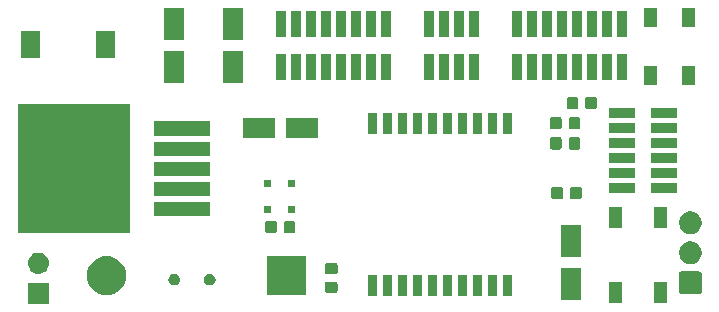
<source format=gbr>
G04 #@! TF.GenerationSoftware,KiCad,Pcbnew,5.1.0*
G04 #@! TF.CreationDate,2019-04-02T20:23:27-06:00*
G04 #@! TF.ProjectId,minisumo-FreeRTOS,6d696e69-7375-46d6-9f2d-467265655254,rev?*
G04 #@! TF.SameCoordinates,Original*
G04 #@! TF.FileFunction,Soldermask,Top*
G04 #@! TF.FilePolarity,Negative*
%FSLAX46Y46*%
G04 Gerber Fmt 4.6, Leading zero omitted, Abs format (unit mm)*
G04 Created by KiCad (PCBNEW 5.1.0) date 2019-04-02 20:23:27*
%MOMM*%
%LPD*%
G04 APERTURE LIST*
%ADD10C,0.100000*%
G04 APERTURE END LIST*
D10*
G36*
X112901000Y-110401000D02*
G01*
X111099000Y-110401000D01*
X111099000Y-108599000D01*
X112901000Y-108599000D01*
X112901000Y-110401000D01*
X112901000Y-110401000D01*
G37*
G36*
X165251000Y-110301000D02*
G01*
X164149000Y-110301000D01*
X164149000Y-108499000D01*
X165251000Y-108499000D01*
X165251000Y-110301000D01*
X165251000Y-110301000D01*
G37*
G36*
X161451000Y-110301000D02*
G01*
X160349000Y-110301000D01*
X160349000Y-108499000D01*
X161451000Y-108499000D01*
X161451000Y-110301000D01*
X161451000Y-110301000D01*
G37*
G36*
X157951000Y-110051000D02*
G01*
X156249000Y-110051000D01*
X156249000Y-107349000D01*
X157951000Y-107349000D01*
X157951000Y-110051000D01*
X157951000Y-110051000D01*
G37*
G36*
X148306000Y-109751000D02*
G01*
X147504000Y-109751000D01*
X147504000Y-107949000D01*
X148306000Y-107949000D01*
X148306000Y-109751000D01*
X148306000Y-109751000D01*
G37*
G36*
X140686000Y-109751000D02*
G01*
X139884000Y-109751000D01*
X139884000Y-107949000D01*
X140686000Y-107949000D01*
X140686000Y-109751000D01*
X140686000Y-109751000D01*
G37*
G36*
X141956000Y-109751000D02*
G01*
X141154000Y-109751000D01*
X141154000Y-107949000D01*
X141956000Y-107949000D01*
X141956000Y-109751000D01*
X141956000Y-109751000D01*
G37*
G36*
X143226000Y-109751000D02*
G01*
X142424000Y-109751000D01*
X142424000Y-107949000D01*
X143226000Y-107949000D01*
X143226000Y-109751000D01*
X143226000Y-109751000D01*
G37*
G36*
X144496000Y-109751000D02*
G01*
X143694000Y-109751000D01*
X143694000Y-107949000D01*
X144496000Y-107949000D01*
X144496000Y-109751000D01*
X144496000Y-109751000D01*
G37*
G36*
X150846000Y-109751000D02*
G01*
X150044000Y-109751000D01*
X150044000Y-107949000D01*
X150846000Y-107949000D01*
X150846000Y-109751000D01*
X150846000Y-109751000D01*
G37*
G36*
X145766000Y-109751000D02*
G01*
X144964000Y-109751000D01*
X144964000Y-107949000D01*
X145766000Y-107949000D01*
X145766000Y-109751000D01*
X145766000Y-109751000D01*
G37*
G36*
X152116000Y-109751000D02*
G01*
X151314000Y-109751000D01*
X151314000Y-107949000D01*
X152116000Y-107949000D01*
X152116000Y-109751000D01*
X152116000Y-109751000D01*
G37*
G36*
X147036000Y-109751000D02*
G01*
X146234000Y-109751000D01*
X146234000Y-107949000D01*
X147036000Y-107949000D01*
X147036000Y-109751000D01*
X147036000Y-109751000D01*
G37*
G36*
X149576000Y-109751000D02*
G01*
X148774000Y-109751000D01*
X148774000Y-107949000D01*
X149576000Y-107949000D01*
X149576000Y-109751000D01*
X149576000Y-109751000D01*
G37*
G36*
X118083651Y-106372888D02*
G01*
X118394870Y-106467296D01*
X118681680Y-106620599D01*
X118681683Y-106620601D01*
X118681684Y-106620602D01*
X118933082Y-106826918D01*
X119132909Y-107070409D01*
X119139401Y-107078320D01*
X119292704Y-107365130D01*
X119387112Y-107676349D01*
X119418988Y-108000000D01*
X119387112Y-108323651D01*
X119292704Y-108634870D01*
X119139401Y-108921680D01*
X119139399Y-108921683D01*
X119139398Y-108921684D01*
X118933082Y-109173082D01*
X118681684Y-109379398D01*
X118681680Y-109379401D01*
X118394870Y-109532704D01*
X118083651Y-109627112D01*
X117841107Y-109651000D01*
X117678893Y-109651000D01*
X117436349Y-109627112D01*
X117125130Y-109532704D01*
X116838320Y-109379401D01*
X116838316Y-109379398D01*
X116586918Y-109173082D01*
X116380602Y-108921684D01*
X116380601Y-108921683D01*
X116380599Y-108921680D01*
X116227296Y-108634870D01*
X116132888Y-108323651D01*
X116101012Y-108000000D01*
X116132888Y-107676349D01*
X116227296Y-107365130D01*
X116380599Y-107078320D01*
X116387091Y-107070409D01*
X116586918Y-106826918D01*
X116838316Y-106620602D01*
X116838317Y-106620601D01*
X116838320Y-106620599D01*
X117125130Y-106467296D01*
X117436349Y-106372888D01*
X117678893Y-106349000D01*
X117841107Y-106349000D01*
X118083651Y-106372888D01*
X118083651Y-106372888D01*
G37*
G36*
X134651000Y-109651000D02*
G01*
X131349000Y-109651000D01*
X131349000Y-106349000D01*
X134651000Y-106349000D01*
X134651000Y-109651000D01*
X134651000Y-109651000D01*
G37*
G36*
X168010723Y-107652939D02*
G01*
X168043280Y-107662815D01*
X168073276Y-107678848D01*
X168099572Y-107700428D01*
X168121152Y-107726724D01*
X168137185Y-107756720D01*
X168147061Y-107789277D01*
X168151000Y-107829269D01*
X168151000Y-109370731D01*
X168147061Y-109410723D01*
X168137185Y-109443280D01*
X168121152Y-109473276D01*
X168099572Y-109499572D01*
X168073276Y-109521152D01*
X168043280Y-109537185D01*
X168010723Y-109547061D01*
X167970731Y-109551000D01*
X166429269Y-109551000D01*
X166389277Y-109547061D01*
X166356720Y-109537185D01*
X166326724Y-109521152D01*
X166300428Y-109499572D01*
X166278848Y-109473276D01*
X166262815Y-109443280D01*
X166252939Y-109410723D01*
X166249000Y-109370731D01*
X166249000Y-107829269D01*
X166252939Y-107789277D01*
X166262815Y-107756720D01*
X166278848Y-107726724D01*
X166300428Y-107700428D01*
X166326724Y-107678848D01*
X166356720Y-107662815D01*
X166389277Y-107652939D01*
X166429269Y-107649000D01*
X167970731Y-107649000D01*
X168010723Y-107652939D01*
X168010723Y-107652939D01*
G37*
G36*
X137179591Y-108503085D02*
G01*
X137213569Y-108513393D01*
X137244890Y-108530134D01*
X137272339Y-108552661D01*
X137294866Y-108580110D01*
X137311607Y-108611431D01*
X137321915Y-108645409D01*
X137326000Y-108686890D01*
X137326000Y-109288110D01*
X137321915Y-109329591D01*
X137311607Y-109363569D01*
X137294866Y-109394890D01*
X137272339Y-109422339D01*
X137244890Y-109444866D01*
X137213569Y-109461607D01*
X137179591Y-109471915D01*
X137138110Y-109476000D01*
X136461890Y-109476000D01*
X136420409Y-109471915D01*
X136386431Y-109461607D01*
X136355110Y-109444866D01*
X136327661Y-109422339D01*
X136305134Y-109394890D01*
X136288393Y-109363569D01*
X136278085Y-109329591D01*
X136274000Y-109288110D01*
X136274000Y-108686890D01*
X136278085Y-108645409D01*
X136288393Y-108611431D01*
X136305134Y-108580110D01*
X136327661Y-108552661D01*
X136355110Y-108530134D01*
X136386431Y-108513393D01*
X136420409Y-108503085D01*
X136461890Y-108499000D01*
X137138110Y-108499000D01*
X137179591Y-108503085D01*
X137179591Y-108503085D01*
G37*
G36*
X123597740Y-107838626D02*
G01*
X123646136Y-107848253D01*
X123674099Y-107859836D01*
X123737311Y-107886019D01*
X123778062Y-107913248D01*
X123819369Y-107940848D01*
X123889152Y-108010631D01*
X123889153Y-108010633D01*
X123943981Y-108092689D01*
X123981747Y-108183865D01*
X124001000Y-108280655D01*
X124001000Y-108379345D01*
X123981747Y-108476135D01*
X123943981Y-108567311D01*
X123943980Y-108567312D01*
X123889152Y-108649369D01*
X123819369Y-108719152D01*
X123783303Y-108743250D01*
X123737311Y-108773981D01*
X123683902Y-108796104D01*
X123646136Y-108811747D01*
X123597740Y-108821373D01*
X123549345Y-108831000D01*
X123450655Y-108831000D01*
X123402260Y-108821373D01*
X123353864Y-108811747D01*
X123316098Y-108796104D01*
X123262689Y-108773981D01*
X123216697Y-108743250D01*
X123180631Y-108719152D01*
X123110848Y-108649369D01*
X123056020Y-108567312D01*
X123056019Y-108567311D01*
X123018253Y-108476135D01*
X122999000Y-108379345D01*
X122999000Y-108280655D01*
X123018253Y-108183865D01*
X123056019Y-108092689D01*
X123110847Y-108010633D01*
X123110848Y-108010631D01*
X123180631Y-107940848D01*
X123221938Y-107913248D01*
X123262689Y-107886019D01*
X123325901Y-107859836D01*
X123353864Y-107848253D01*
X123402260Y-107838626D01*
X123450655Y-107829000D01*
X123549345Y-107829000D01*
X123597740Y-107838626D01*
X123597740Y-107838626D01*
G37*
G36*
X126597740Y-107838626D02*
G01*
X126646136Y-107848253D01*
X126674099Y-107859836D01*
X126737311Y-107886019D01*
X126778062Y-107913248D01*
X126819369Y-107940848D01*
X126889152Y-108010631D01*
X126889153Y-108010633D01*
X126943981Y-108092689D01*
X126981747Y-108183865D01*
X127001000Y-108280655D01*
X127001000Y-108379345D01*
X126981747Y-108476135D01*
X126943981Y-108567311D01*
X126943980Y-108567312D01*
X126889152Y-108649369D01*
X126819369Y-108719152D01*
X126783303Y-108743250D01*
X126737311Y-108773981D01*
X126683902Y-108796104D01*
X126646136Y-108811747D01*
X126597740Y-108821373D01*
X126549345Y-108831000D01*
X126450655Y-108831000D01*
X126402260Y-108821373D01*
X126353864Y-108811747D01*
X126316098Y-108796104D01*
X126262689Y-108773981D01*
X126216697Y-108743250D01*
X126180631Y-108719152D01*
X126110848Y-108649369D01*
X126056020Y-108567312D01*
X126056019Y-108567311D01*
X126018253Y-108476135D01*
X125999000Y-108379345D01*
X125999000Y-108280655D01*
X126018253Y-108183865D01*
X126056019Y-108092689D01*
X126110847Y-108010633D01*
X126110848Y-108010631D01*
X126180631Y-107940848D01*
X126221938Y-107913248D01*
X126262689Y-107886019D01*
X126325901Y-107859836D01*
X126353864Y-107848253D01*
X126402260Y-107838626D01*
X126450655Y-107829000D01*
X126549345Y-107829000D01*
X126597740Y-107838626D01*
X126597740Y-107838626D01*
G37*
G36*
X137179591Y-106928085D02*
G01*
X137213569Y-106938393D01*
X137244890Y-106955134D01*
X137272339Y-106977661D01*
X137294866Y-107005110D01*
X137311607Y-107036431D01*
X137321915Y-107070409D01*
X137326000Y-107111890D01*
X137326000Y-107713110D01*
X137321915Y-107754591D01*
X137311607Y-107788569D01*
X137294866Y-107819890D01*
X137272339Y-107847339D01*
X137244890Y-107869866D01*
X137213569Y-107886607D01*
X137179591Y-107896915D01*
X137138110Y-107901000D01*
X136461890Y-107901000D01*
X136420409Y-107896915D01*
X136386431Y-107886607D01*
X136355110Y-107869866D01*
X136327661Y-107847339D01*
X136305134Y-107819890D01*
X136288393Y-107788569D01*
X136278085Y-107754591D01*
X136274000Y-107713110D01*
X136274000Y-107111890D01*
X136278085Y-107070409D01*
X136288393Y-107036431D01*
X136305134Y-107005110D01*
X136327661Y-106977661D01*
X136355110Y-106955134D01*
X136386431Y-106938393D01*
X136420409Y-106928085D01*
X136461890Y-106924000D01*
X137138110Y-106924000D01*
X137179591Y-106928085D01*
X137179591Y-106928085D01*
G37*
G36*
X112110443Y-106065519D02*
G01*
X112176627Y-106072037D01*
X112346466Y-106123557D01*
X112502991Y-106207222D01*
X112538729Y-106236552D01*
X112640186Y-106319814D01*
X112723448Y-106421271D01*
X112752778Y-106457009D01*
X112836443Y-106613534D01*
X112887963Y-106783373D01*
X112905359Y-106960000D01*
X112887963Y-107136627D01*
X112836443Y-107306466D01*
X112752778Y-107462991D01*
X112723448Y-107498729D01*
X112640186Y-107600186D01*
X112563871Y-107662815D01*
X112502991Y-107712778D01*
X112346466Y-107796443D01*
X112176627Y-107847963D01*
X112110443Y-107854481D01*
X112044260Y-107861000D01*
X111955740Y-107861000D01*
X111889557Y-107854481D01*
X111823373Y-107847963D01*
X111653534Y-107796443D01*
X111497009Y-107712778D01*
X111436129Y-107662815D01*
X111359814Y-107600186D01*
X111276552Y-107498729D01*
X111247222Y-107462991D01*
X111163557Y-107306466D01*
X111112037Y-107136627D01*
X111094641Y-106960000D01*
X111112037Y-106783373D01*
X111163557Y-106613534D01*
X111247222Y-106457009D01*
X111276552Y-106421271D01*
X111359814Y-106319814D01*
X111461271Y-106236552D01*
X111497009Y-106207222D01*
X111653534Y-106123557D01*
X111823373Y-106072037D01*
X111889557Y-106065519D01*
X111955740Y-106059000D01*
X112044260Y-106059000D01*
X112110443Y-106065519D01*
X112110443Y-106065519D01*
G37*
G36*
X167477395Y-105145546D02*
G01*
X167650466Y-105217234D01*
X167650467Y-105217235D01*
X167806227Y-105321310D01*
X167938690Y-105453773D01*
X167938691Y-105453775D01*
X168042766Y-105609534D01*
X168114454Y-105782605D01*
X168151000Y-105966333D01*
X168151000Y-106153667D01*
X168114454Y-106337395D01*
X168042766Y-106510466D01*
X168042765Y-106510467D01*
X167938690Y-106666227D01*
X167806227Y-106798690D01*
X167763979Y-106826919D01*
X167650466Y-106902766D01*
X167477395Y-106974454D01*
X167293667Y-107011000D01*
X167106333Y-107011000D01*
X166922605Y-106974454D01*
X166749534Y-106902766D01*
X166636021Y-106826919D01*
X166593773Y-106798690D01*
X166461310Y-106666227D01*
X166357235Y-106510467D01*
X166357234Y-106510466D01*
X166285546Y-106337395D01*
X166249000Y-106153667D01*
X166249000Y-105966333D01*
X166285546Y-105782605D01*
X166357234Y-105609534D01*
X166461309Y-105453775D01*
X166461310Y-105453773D01*
X166593773Y-105321310D01*
X166749533Y-105217235D01*
X166749534Y-105217234D01*
X166922605Y-105145546D01*
X167106333Y-105109000D01*
X167293667Y-105109000D01*
X167477395Y-105145546D01*
X167477395Y-105145546D01*
G37*
G36*
X157951000Y-106451000D02*
G01*
X156249000Y-106451000D01*
X156249000Y-103749000D01*
X157951000Y-103749000D01*
X157951000Y-106451000D01*
X157951000Y-106451000D01*
G37*
G36*
X167477395Y-102605546D02*
G01*
X167650466Y-102677234D01*
X167650467Y-102677235D01*
X167806227Y-102781310D01*
X167938690Y-102913773D01*
X167938691Y-102913775D01*
X168042766Y-103069534D01*
X168114454Y-103242605D01*
X168151000Y-103426333D01*
X168151000Y-103613667D01*
X168114454Y-103797395D01*
X168042766Y-103970466D01*
X168042765Y-103970467D01*
X167938690Y-104126227D01*
X167806227Y-104258690D01*
X167781488Y-104275220D01*
X167650466Y-104362766D01*
X167477395Y-104434454D01*
X167293667Y-104471000D01*
X167106333Y-104471000D01*
X166922605Y-104434454D01*
X166749534Y-104362766D01*
X166618512Y-104275220D01*
X166593773Y-104258690D01*
X166461310Y-104126227D01*
X166357235Y-103970467D01*
X166357234Y-103970466D01*
X166285546Y-103797395D01*
X166249000Y-103613667D01*
X166249000Y-103426333D01*
X166285546Y-103242605D01*
X166357234Y-103069534D01*
X166461309Y-102913775D01*
X166461310Y-102913773D01*
X166593773Y-102781310D01*
X166749533Y-102677235D01*
X166749534Y-102677234D01*
X166922605Y-102605546D01*
X167106333Y-102569000D01*
X167293667Y-102569000D01*
X167477395Y-102605546D01*
X167477395Y-102605546D01*
G37*
G36*
X133617091Y-103378085D02*
G01*
X133651069Y-103388393D01*
X133682390Y-103405134D01*
X133709839Y-103427661D01*
X133732366Y-103455110D01*
X133749107Y-103486431D01*
X133759415Y-103520409D01*
X133763500Y-103561890D01*
X133763500Y-104238110D01*
X133759415Y-104279591D01*
X133749107Y-104313569D01*
X133732366Y-104344890D01*
X133709839Y-104372339D01*
X133682390Y-104394866D01*
X133651069Y-104411607D01*
X133617091Y-104421915D01*
X133575610Y-104426000D01*
X132974390Y-104426000D01*
X132932909Y-104421915D01*
X132898931Y-104411607D01*
X132867610Y-104394866D01*
X132840161Y-104372339D01*
X132817634Y-104344890D01*
X132800893Y-104313569D01*
X132790585Y-104279591D01*
X132786500Y-104238110D01*
X132786500Y-103561890D01*
X132790585Y-103520409D01*
X132800893Y-103486431D01*
X132817634Y-103455110D01*
X132840161Y-103427661D01*
X132867610Y-103405134D01*
X132898931Y-103388393D01*
X132932909Y-103378085D01*
X132974390Y-103374000D01*
X133575610Y-103374000D01*
X133617091Y-103378085D01*
X133617091Y-103378085D01*
G37*
G36*
X132042091Y-103378085D02*
G01*
X132076069Y-103388393D01*
X132107390Y-103405134D01*
X132134839Y-103427661D01*
X132157366Y-103455110D01*
X132174107Y-103486431D01*
X132184415Y-103520409D01*
X132188500Y-103561890D01*
X132188500Y-104238110D01*
X132184415Y-104279591D01*
X132174107Y-104313569D01*
X132157366Y-104344890D01*
X132134839Y-104372339D01*
X132107390Y-104394866D01*
X132076069Y-104411607D01*
X132042091Y-104421915D01*
X132000610Y-104426000D01*
X131399390Y-104426000D01*
X131357909Y-104421915D01*
X131323931Y-104411607D01*
X131292610Y-104394866D01*
X131265161Y-104372339D01*
X131242634Y-104344890D01*
X131225893Y-104313569D01*
X131215585Y-104279591D01*
X131211500Y-104238110D01*
X131211500Y-103561890D01*
X131215585Y-103520409D01*
X131225893Y-103486431D01*
X131242634Y-103455110D01*
X131265161Y-103427661D01*
X131292610Y-103405134D01*
X131323931Y-103388393D01*
X131357909Y-103378085D01*
X131399390Y-103374000D01*
X132000610Y-103374000D01*
X132042091Y-103378085D01*
X132042091Y-103378085D01*
G37*
G36*
X119751000Y-104401000D02*
G01*
X110249000Y-104401000D01*
X110249000Y-93499000D01*
X119751000Y-93499000D01*
X119751000Y-104401000D01*
X119751000Y-104401000D01*
G37*
G36*
X161451000Y-104001000D02*
G01*
X160349000Y-104001000D01*
X160349000Y-102199000D01*
X161451000Y-102199000D01*
X161451000Y-104001000D01*
X161451000Y-104001000D01*
G37*
G36*
X165251000Y-104001000D02*
G01*
X164149000Y-104001000D01*
X164149000Y-102199000D01*
X165251000Y-102199000D01*
X165251000Y-104001000D01*
X165251000Y-104001000D01*
G37*
G36*
X126501000Y-102951000D02*
G01*
X121799000Y-102951000D01*
X121799000Y-101749000D01*
X126501000Y-101749000D01*
X126501000Y-102951000D01*
X126501000Y-102951000D01*
G37*
G36*
X133701000Y-102701000D02*
G01*
X133099000Y-102701000D01*
X133099000Y-102099000D01*
X133701000Y-102099000D01*
X133701000Y-102701000D01*
X133701000Y-102701000D01*
G37*
G36*
X131701000Y-102701000D02*
G01*
X131099000Y-102701000D01*
X131099000Y-102099000D01*
X131701000Y-102099000D01*
X131701000Y-102701000D01*
X131701000Y-102701000D01*
G37*
G36*
X156267091Y-100478085D02*
G01*
X156301069Y-100488393D01*
X156332390Y-100505134D01*
X156359839Y-100527661D01*
X156382366Y-100555110D01*
X156399107Y-100586431D01*
X156409415Y-100620409D01*
X156413500Y-100661890D01*
X156413500Y-101338110D01*
X156409415Y-101379591D01*
X156399107Y-101413569D01*
X156382366Y-101444890D01*
X156359839Y-101472339D01*
X156332390Y-101494866D01*
X156301069Y-101511607D01*
X156267091Y-101521915D01*
X156225610Y-101526000D01*
X155624390Y-101526000D01*
X155582909Y-101521915D01*
X155548931Y-101511607D01*
X155517610Y-101494866D01*
X155490161Y-101472339D01*
X155467634Y-101444890D01*
X155450893Y-101413569D01*
X155440585Y-101379591D01*
X155436500Y-101338110D01*
X155436500Y-100661890D01*
X155440585Y-100620409D01*
X155450893Y-100586431D01*
X155467634Y-100555110D01*
X155490161Y-100527661D01*
X155517610Y-100505134D01*
X155548931Y-100488393D01*
X155582909Y-100478085D01*
X155624390Y-100474000D01*
X156225610Y-100474000D01*
X156267091Y-100478085D01*
X156267091Y-100478085D01*
G37*
G36*
X157842091Y-100478085D02*
G01*
X157876069Y-100488393D01*
X157907390Y-100505134D01*
X157934839Y-100527661D01*
X157957366Y-100555110D01*
X157974107Y-100586431D01*
X157984415Y-100620409D01*
X157988500Y-100661890D01*
X157988500Y-101338110D01*
X157984415Y-101379591D01*
X157974107Y-101413569D01*
X157957366Y-101444890D01*
X157934839Y-101472339D01*
X157907390Y-101494866D01*
X157876069Y-101511607D01*
X157842091Y-101521915D01*
X157800610Y-101526000D01*
X157199390Y-101526000D01*
X157157909Y-101521915D01*
X157123931Y-101511607D01*
X157092610Y-101494866D01*
X157065161Y-101472339D01*
X157042634Y-101444890D01*
X157025893Y-101413569D01*
X157015585Y-101379591D01*
X157011500Y-101338110D01*
X157011500Y-100661890D01*
X157015585Y-100620409D01*
X157025893Y-100586431D01*
X157042634Y-100555110D01*
X157065161Y-100527661D01*
X157092610Y-100505134D01*
X157123931Y-100488393D01*
X157157909Y-100478085D01*
X157199390Y-100474000D01*
X157800610Y-100474000D01*
X157842091Y-100478085D01*
X157842091Y-100478085D01*
G37*
G36*
X126501000Y-101251000D02*
G01*
X121799000Y-101251000D01*
X121799000Y-100049000D01*
X126501000Y-100049000D01*
X126501000Y-101251000D01*
X126501000Y-101251000D01*
G37*
G36*
X162501000Y-101001000D02*
G01*
X160299000Y-101001000D01*
X160299000Y-100149000D01*
X162501000Y-100149000D01*
X162501000Y-101001000D01*
X162501000Y-101001000D01*
G37*
G36*
X166101000Y-101001000D02*
G01*
X163899000Y-101001000D01*
X163899000Y-100149000D01*
X166101000Y-100149000D01*
X166101000Y-101001000D01*
X166101000Y-101001000D01*
G37*
G36*
X133701000Y-100501000D02*
G01*
X133099000Y-100501000D01*
X133099000Y-99899000D01*
X133701000Y-99899000D01*
X133701000Y-100501000D01*
X133701000Y-100501000D01*
G37*
G36*
X131701000Y-100501000D02*
G01*
X131099000Y-100501000D01*
X131099000Y-99899000D01*
X131701000Y-99899000D01*
X131701000Y-100501000D01*
X131701000Y-100501000D01*
G37*
G36*
X166101000Y-99731000D02*
G01*
X163899000Y-99731000D01*
X163899000Y-98879000D01*
X166101000Y-98879000D01*
X166101000Y-99731000D01*
X166101000Y-99731000D01*
G37*
G36*
X162501000Y-99731000D02*
G01*
X160299000Y-99731000D01*
X160299000Y-98879000D01*
X162501000Y-98879000D01*
X162501000Y-99731000D01*
X162501000Y-99731000D01*
G37*
G36*
X126501000Y-99551000D02*
G01*
X121799000Y-99551000D01*
X121799000Y-98349000D01*
X126501000Y-98349000D01*
X126501000Y-99551000D01*
X126501000Y-99551000D01*
G37*
G36*
X166101000Y-98461000D02*
G01*
X163899000Y-98461000D01*
X163899000Y-97609000D01*
X166101000Y-97609000D01*
X166101000Y-98461000D01*
X166101000Y-98461000D01*
G37*
G36*
X162501000Y-98461000D02*
G01*
X160299000Y-98461000D01*
X160299000Y-97609000D01*
X162501000Y-97609000D01*
X162501000Y-98461000D01*
X162501000Y-98461000D01*
G37*
G36*
X126501000Y-97851000D02*
G01*
X121799000Y-97851000D01*
X121799000Y-96649000D01*
X126501000Y-96649000D01*
X126501000Y-97851000D01*
X126501000Y-97851000D01*
G37*
G36*
X157729591Y-96278085D02*
G01*
X157763569Y-96288393D01*
X157794890Y-96305134D01*
X157822339Y-96327661D01*
X157844866Y-96355110D01*
X157861607Y-96386431D01*
X157871915Y-96420409D01*
X157876000Y-96461890D01*
X157876000Y-97138110D01*
X157871915Y-97179591D01*
X157861607Y-97213569D01*
X157844866Y-97244890D01*
X157822339Y-97272339D01*
X157794890Y-97294866D01*
X157763569Y-97311607D01*
X157729591Y-97321915D01*
X157688110Y-97326000D01*
X157086890Y-97326000D01*
X157045409Y-97321915D01*
X157011431Y-97311607D01*
X156980110Y-97294866D01*
X156952661Y-97272339D01*
X156930134Y-97244890D01*
X156913393Y-97213569D01*
X156903085Y-97179591D01*
X156899000Y-97138110D01*
X156899000Y-96461890D01*
X156903085Y-96420409D01*
X156913393Y-96386431D01*
X156930134Y-96355110D01*
X156952661Y-96327661D01*
X156980110Y-96305134D01*
X157011431Y-96288393D01*
X157045409Y-96278085D01*
X157086890Y-96274000D01*
X157688110Y-96274000D01*
X157729591Y-96278085D01*
X157729591Y-96278085D01*
G37*
G36*
X156154591Y-96278085D02*
G01*
X156188569Y-96288393D01*
X156219890Y-96305134D01*
X156247339Y-96327661D01*
X156269866Y-96355110D01*
X156286607Y-96386431D01*
X156296915Y-96420409D01*
X156301000Y-96461890D01*
X156301000Y-97138110D01*
X156296915Y-97179591D01*
X156286607Y-97213569D01*
X156269866Y-97244890D01*
X156247339Y-97272339D01*
X156219890Y-97294866D01*
X156188569Y-97311607D01*
X156154591Y-97321915D01*
X156113110Y-97326000D01*
X155511890Y-97326000D01*
X155470409Y-97321915D01*
X155436431Y-97311607D01*
X155405110Y-97294866D01*
X155377661Y-97272339D01*
X155355134Y-97244890D01*
X155338393Y-97213569D01*
X155328085Y-97179591D01*
X155324000Y-97138110D01*
X155324000Y-96461890D01*
X155328085Y-96420409D01*
X155338393Y-96386431D01*
X155355134Y-96355110D01*
X155377661Y-96327661D01*
X155405110Y-96305134D01*
X155436431Y-96288393D01*
X155470409Y-96278085D01*
X155511890Y-96274000D01*
X156113110Y-96274000D01*
X156154591Y-96278085D01*
X156154591Y-96278085D01*
G37*
G36*
X166101000Y-97191000D02*
G01*
X163899000Y-97191000D01*
X163899000Y-96339000D01*
X166101000Y-96339000D01*
X166101000Y-97191000D01*
X166101000Y-97191000D01*
G37*
G36*
X162501000Y-97191000D02*
G01*
X160299000Y-97191000D01*
X160299000Y-96339000D01*
X162501000Y-96339000D01*
X162501000Y-97191000D01*
X162501000Y-97191000D01*
G37*
G36*
X135651000Y-96351000D02*
G01*
X132949000Y-96351000D01*
X132949000Y-94649000D01*
X135651000Y-94649000D01*
X135651000Y-96351000D01*
X135651000Y-96351000D01*
G37*
G36*
X132051000Y-96351000D02*
G01*
X129349000Y-96351000D01*
X129349000Y-94649000D01*
X132051000Y-94649000D01*
X132051000Y-96351000D01*
X132051000Y-96351000D01*
G37*
G36*
X126501000Y-96151000D02*
G01*
X121799000Y-96151000D01*
X121799000Y-94949000D01*
X126501000Y-94949000D01*
X126501000Y-96151000D01*
X126501000Y-96151000D01*
G37*
G36*
X149576000Y-96051000D02*
G01*
X148774000Y-96051000D01*
X148774000Y-94249000D01*
X149576000Y-94249000D01*
X149576000Y-96051000D01*
X149576000Y-96051000D01*
G37*
G36*
X148306000Y-96051000D02*
G01*
X147504000Y-96051000D01*
X147504000Y-94249000D01*
X148306000Y-94249000D01*
X148306000Y-96051000D01*
X148306000Y-96051000D01*
G37*
G36*
X147036000Y-96051000D02*
G01*
X146234000Y-96051000D01*
X146234000Y-94249000D01*
X147036000Y-94249000D01*
X147036000Y-96051000D01*
X147036000Y-96051000D01*
G37*
G36*
X145766000Y-96051000D02*
G01*
X144964000Y-96051000D01*
X144964000Y-94249000D01*
X145766000Y-94249000D01*
X145766000Y-96051000D01*
X145766000Y-96051000D01*
G37*
G36*
X144496000Y-96051000D02*
G01*
X143694000Y-96051000D01*
X143694000Y-94249000D01*
X144496000Y-94249000D01*
X144496000Y-96051000D01*
X144496000Y-96051000D01*
G37*
G36*
X150846000Y-96051000D02*
G01*
X150044000Y-96051000D01*
X150044000Y-94249000D01*
X150846000Y-94249000D01*
X150846000Y-96051000D01*
X150846000Y-96051000D01*
G37*
G36*
X140686000Y-96051000D02*
G01*
X139884000Y-96051000D01*
X139884000Y-94249000D01*
X140686000Y-94249000D01*
X140686000Y-96051000D01*
X140686000Y-96051000D01*
G37*
G36*
X152116000Y-96051000D02*
G01*
X151314000Y-96051000D01*
X151314000Y-94249000D01*
X152116000Y-94249000D01*
X152116000Y-96051000D01*
X152116000Y-96051000D01*
G37*
G36*
X141956000Y-96051000D02*
G01*
X141154000Y-96051000D01*
X141154000Y-94249000D01*
X141956000Y-94249000D01*
X141956000Y-96051000D01*
X141956000Y-96051000D01*
G37*
G36*
X143226000Y-96051000D02*
G01*
X142424000Y-96051000D01*
X142424000Y-94249000D01*
X143226000Y-94249000D01*
X143226000Y-96051000D01*
X143226000Y-96051000D01*
G37*
G36*
X162501000Y-95921000D02*
G01*
X160299000Y-95921000D01*
X160299000Y-95069000D01*
X162501000Y-95069000D01*
X162501000Y-95921000D01*
X162501000Y-95921000D01*
G37*
G36*
X166101000Y-95921000D02*
G01*
X163899000Y-95921000D01*
X163899000Y-95069000D01*
X166101000Y-95069000D01*
X166101000Y-95921000D01*
X166101000Y-95921000D01*
G37*
G36*
X156154591Y-94578085D02*
G01*
X156188569Y-94588393D01*
X156219890Y-94605134D01*
X156247339Y-94627661D01*
X156269866Y-94655110D01*
X156286607Y-94686431D01*
X156296915Y-94720409D01*
X156301000Y-94761890D01*
X156301000Y-95438110D01*
X156296915Y-95479591D01*
X156286607Y-95513569D01*
X156269866Y-95544890D01*
X156247339Y-95572339D01*
X156219890Y-95594866D01*
X156188569Y-95611607D01*
X156154591Y-95621915D01*
X156113110Y-95626000D01*
X155511890Y-95626000D01*
X155470409Y-95621915D01*
X155436431Y-95611607D01*
X155405110Y-95594866D01*
X155377661Y-95572339D01*
X155355134Y-95544890D01*
X155338393Y-95513569D01*
X155328085Y-95479591D01*
X155324000Y-95438110D01*
X155324000Y-94761890D01*
X155328085Y-94720409D01*
X155338393Y-94686431D01*
X155355134Y-94655110D01*
X155377661Y-94627661D01*
X155405110Y-94605134D01*
X155436431Y-94588393D01*
X155470409Y-94578085D01*
X155511890Y-94574000D01*
X156113110Y-94574000D01*
X156154591Y-94578085D01*
X156154591Y-94578085D01*
G37*
G36*
X157729591Y-94578085D02*
G01*
X157763569Y-94588393D01*
X157794890Y-94605134D01*
X157822339Y-94627661D01*
X157844866Y-94655110D01*
X157861607Y-94686431D01*
X157871915Y-94720409D01*
X157876000Y-94761890D01*
X157876000Y-95438110D01*
X157871915Y-95479591D01*
X157861607Y-95513569D01*
X157844866Y-95544890D01*
X157822339Y-95572339D01*
X157794890Y-95594866D01*
X157763569Y-95611607D01*
X157729591Y-95621915D01*
X157688110Y-95626000D01*
X157086890Y-95626000D01*
X157045409Y-95621915D01*
X157011431Y-95611607D01*
X156980110Y-95594866D01*
X156952661Y-95572339D01*
X156930134Y-95544890D01*
X156913393Y-95513569D01*
X156903085Y-95479591D01*
X156899000Y-95438110D01*
X156899000Y-94761890D01*
X156903085Y-94720409D01*
X156913393Y-94686431D01*
X156930134Y-94655110D01*
X156952661Y-94627661D01*
X156980110Y-94605134D01*
X157011431Y-94588393D01*
X157045409Y-94578085D01*
X157086890Y-94574000D01*
X157688110Y-94574000D01*
X157729591Y-94578085D01*
X157729591Y-94578085D01*
G37*
G36*
X166101000Y-94651000D02*
G01*
X163899000Y-94651000D01*
X163899000Y-93799000D01*
X166101000Y-93799000D01*
X166101000Y-94651000D01*
X166101000Y-94651000D01*
G37*
G36*
X162501000Y-94651000D02*
G01*
X160299000Y-94651000D01*
X160299000Y-93799000D01*
X162501000Y-93799000D01*
X162501000Y-94651000D01*
X162501000Y-94651000D01*
G37*
G36*
X157554591Y-92878085D02*
G01*
X157588569Y-92888393D01*
X157619890Y-92905134D01*
X157647339Y-92927661D01*
X157669866Y-92955110D01*
X157686607Y-92986431D01*
X157696915Y-93020409D01*
X157701000Y-93061890D01*
X157701000Y-93738110D01*
X157696915Y-93779591D01*
X157686607Y-93813569D01*
X157669866Y-93844890D01*
X157647339Y-93872339D01*
X157619890Y-93894866D01*
X157588569Y-93911607D01*
X157554591Y-93921915D01*
X157513110Y-93926000D01*
X156911890Y-93926000D01*
X156870409Y-93921915D01*
X156836431Y-93911607D01*
X156805110Y-93894866D01*
X156777661Y-93872339D01*
X156755134Y-93844890D01*
X156738393Y-93813569D01*
X156728085Y-93779591D01*
X156724000Y-93738110D01*
X156724000Y-93061890D01*
X156728085Y-93020409D01*
X156738393Y-92986431D01*
X156755134Y-92955110D01*
X156777661Y-92927661D01*
X156805110Y-92905134D01*
X156836431Y-92888393D01*
X156870409Y-92878085D01*
X156911890Y-92874000D01*
X157513110Y-92874000D01*
X157554591Y-92878085D01*
X157554591Y-92878085D01*
G37*
G36*
X159129591Y-92878085D02*
G01*
X159163569Y-92888393D01*
X159194890Y-92905134D01*
X159222339Y-92927661D01*
X159244866Y-92955110D01*
X159261607Y-92986431D01*
X159271915Y-93020409D01*
X159276000Y-93061890D01*
X159276000Y-93738110D01*
X159271915Y-93779591D01*
X159261607Y-93813569D01*
X159244866Y-93844890D01*
X159222339Y-93872339D01*
X159194890Y-93894866D01*
X159163569Y-93911607D01*
X159129591Y-93921915D01*
X159088110Y-93926000D01*
X158486890Y-93926000D01*
X158445409Y-93921915D01*
X158411431Y-93911607D01*
X158380110Y-93894866D01*
X158352661Y-93872339D01*
X158330134Y-93844890D01*
X158313393Y-93813569D01*
X158303085Y-93779591D01*
X158299000Y-93738110D01*
X158299000Y-93061890D01*
X158303085Y-93020409D01*
X158313393Y-92986431D01*
X158330134Y-92955110D01*
X158352661Y-92927661D01*
X158380110Y-92905134D01*
X158411431Y-92888393D01*
X158445409Y-92878085D01*
X158486890Y-92874000D01*
X159088110Y-92874000D01*
X159129591Y-92878085D01*
X159129591Y-92878085D01*
G37*
G36*
X167551000Y-91851000D02*
G01*
X166449000Y-91851000D01*
X166449000Y-90249000D01*
X167551000Y-90249000D01*
X167551000Y-91851000D01*
X167551000Y-91851000D01*
G37*
G36*
X164351000Y-91851000D02*
G01*
X163249000Y-91851000D01*
X163249000Y-90249000D01*
X164351000Y-90249000D01*
X164351000Y-91851000D01*
X164351000Y-91851000D01*
G37*
G36*
X124351000Y-91651000D02*
G01*
X122649000Y-91651000D01*
X122649000Y-88949000D01*
X124351000Y-88949000D01*
X124351000Y-91651000D01*
X124351000Y-91651000D01*
G37*
G36*
X129351000Y-91651000D02*
G01*
X127649000Y-91651000D01*
X127649000Y-88949000D01*
X129351000Y-88949000D01*
X129351000Y-91651000D01*
X129351000Y-91651000D01*
G37*
G36*
X152981000Y-91401000D02*
G01*
X152129000Y-91401000D01*
X152129000Y-89199000D01*
X152981000Y-89199000D01*
X152981000Y-91401000D01*
X152981000Y-91401000D01*
G37*
G36*
X154251000Y-91401000D02*
G01*
X153399000Y-91401000D01*
X153399000Y-89199000D01*
X154251000Y-89199000D01*
X154251000Y-91401000D01*
X154251000Y-91401000D01*
G37*
G36*
X156791000Y-91401000D02*
G01*
X155939000Y-91401000D01*
X155939000Y-89199000D01*
X156791000Y-89199000D01*
X156791000Y-91401000D01*
X156791000Y-91401000D01*
G37*
G36*
X155521000Y-91401000D02*
G01*
X154669000Y-91401000D01*
X154669000Y-89199000D01*
X155521000Y-89199000D01*
X155521000Y-91401000D01*
X155521000Y-91401000D01*
G37*
G36*
X161871000Y-91401000D02*
G01*
X161019000Y-91401000D01*
X161019000Y-89199000D01*
X161871000Y-89199000D01*
X161871000Y-91401000D01*
X161871000Y-91401000D01*
G37*
G36*
X160601000Y-91401000D02*
G01*
X159749000Y-91401000D01*
X159749000Y-89199000D01*
X160601000Y-89199000D01*
X160601000Y-91401000D01*
X160601000Y-91401000D01*
G37*
G36*
X159331000Y-91401000D02*
G01*
X158479000Y-91401000D01*
X158479000Y-89199000D01*
X159331000Y-89199000D01*
X159331000Y-91401000D01*
X159331000Y-91401000D01*
G37*
G36*
X158061000Y-91401000D02*
G01*
X157209000Y-91401000D01*
X157209000Y-89199000D01*
X158061000Y-89199000D01*
X158061000Y-91401000D01*
X158061000Y-91401000D01*
G37*
G36*
X135521000Y-91401000D02*
G01*
X134669000Y-91401000D01*
X134669000Y-89199000D01*
X135521000Y-89199000D01*
X135521000Y-91401000D01*
X135521000Y-91401000D01*
G37*
G36*
X145521000Y-91401000D02*
G01*
X144669000Y-91401000D01*
X144669000Y-89199000D01*
X145521000Y-89199000D01*
X145521000Y-91401000D01*
X145521000Y-91401000D01*
G37*
G36*
X141871000Y-91401000D02*
G01*
X141019000Y-91401000D01*
X141019000Y-89199000D01*
X141871000Y-89199000D01*
X141871000Y-91401000D01*
X141871000Y-91401000D01*
G37*
G36*
X136791000Y-91401000D02*
G01*
X135939000Y-91401000D01*
X135939000Y-89199000D01*
X136791000Y-89199000D01*
X136791000Y-91401000D01*
X136791000Y-91401000D01*
G37*
G36*
X146791000Y-91401000D02*
G01*
X145939000Y-91401000D01*
X145939000Y-89199000D01*
X146791000Y-89199000D01*
X146791000Y-91401000D01*
X146791000Y-91401000D01*
G37*
G36*
X132981000Y-91401000D02*
G01*
X132129000Y-91401000D01*
X132129000Y-89199000D01*
X132981000Y-89199000D01*
X132981000Y-91401000D01*
X132981000Y-91401000D01*
G37*
G36*
X148061000Y-91401000D02*
G01*
X147209000Y-91401000D01*
X147209000Y-89199000D01*
X148061000Y-89199000D01*
X148061000Y-91401000D01*
X148061000Y-91401000D01*
G37*
G36*
X140601000Y-91401000D02*
G01*
X139749000Y-91401000D01*
X139749000Y-89199000D01*
X140601000Y-89199000D01*
X140601000Y-91401000D01*
X140601000Y-91401000D01*
G37*
G36*
X149331000Y-91401000D02*
G01*
X148479000Y-91401000D01*
X148479000Y-89199000D01*
X149331000Y-89199000D01*
X149331000Y-91401000D01*
X149331000Y-91401000D01*
G37*
G36*
X138061000Y-91401000D02*
G01*
X137209000Y-91401000D01*
X137209000Y-89199000D01*
X138061000Y-89199000D01*
X138061000Y-91401000D01*
X138061000Y-91401000D01*
G37*
G36*
X139331000Y-91401000D02*
G01*
X138479000Y-91401000D01*
X138479000Y-89199000D01*
X139331000Y-89199000D01*
X139331000Y-91401000D01*
X139331000Y-91401000D01*
G37*
G36*
X134251000Y-91401000D02*
G01*
X133399000Y-91401000D01*
X133399000Y-89199000D01*
X134251000Y-89199000D01*
X134251000Y-91401000D01*
X134251000Y-91401000D01*
G37*
G36*
X112101000Y-89551000D02*
G01*
X110499000Y-89551000D01*
X110499000Y-87249000D01*
X112101000Y-87249000D01*
X112101000Y-89551000D01*
X112101000Y-89551000D01*
G37*
G36*
X118501000Y-89551000D02*
G01*
X116899000Y-89551000D01*
X116899000Y-87249000D01*
X118501000Y-87249000D01*
X118501000Y-89551000D01*
X118501000Y-89551000D01*
G37*
G36*
X124351000Y-88051000D02*
G01*
X122649000Y-88051000D01*
X122649000Y-85349000D01*
X124351000Y-85349000D01*
X124351000Y-88051000D01*
X124351000Y-88051000D01*
G37*
G36*
X129351000Y-88051000D02*
G01*
X127649000Y-88051000D01*
X127649000Y-85349000D01*
X129351000Y-85349000D01*
X129351000Y-88051000D01*
X129351000Y-88051000D01*
G37*
G36*
X132981000Y-87801000D02*
G01*
X132129000Y-87801000D01*
X132129000Y-85599000D01*
X132981000Y-85599000D01*
X132981000Y-87801000D01*
X132981000Y-87801000D01*
G37*
G36*
X134251000Y-87801000D02*
G01*
X133399000Y-87801000D01*
X133399000Y-85599000D01*
X134251000Y-85599000D01*
X134251000Y-87801000D01*
X134251000Y-87801000D01*
G37*
G36*
X135521000Y-87801000D02*
G01*
X134669000Y-87801000D01*
X134669000Y-85599000D01*
X135521000Y-85599000D01*
X135521000Y-87801000D01*
X135521000Y-87801000D01*
G37*
G36*
X136791000Y-87801000D02*
G01*
X135939000Y-87801000D01*
X135939000Y-85599000D01*
X136791000Y-85599000D01*
X136791000Y-87801000D01*
X136791000Y-87801000D01*
G37*
G36*
X148061000Y-87801000D02*
G01*
X147209000Y-87801000D01*
X147209000Y-85599000D01*
X148061000Y-85599000D01*
X148061000Y-87801000D01*
X148061000Y-87801000D01*
G37*
G36*
X138061000Y-87801000D02*
G01*
X137209000Y-87801000D01*
X137209000Y-85599000D01*
X138061000Y-85599000D01*
X138061000Y-87801000D01*
X138061000Y-87801000D01*
G37*
G36*
X161871000Y-87801000D02*
G01*
X161019000Y-87801000D01*
X161019000Y-85599000D01*
X161871000Y-85599000D01*
X161871000Y-87801000D01*
X161871000Y-87801000D01*
G37*
G36*
X139331000Y-87801000D02*
G01*
X138479000Y-87801000D01*
X138479000Y-85599000D01*
X139331000Y-85599000D01*
X139331000Y-87801000D01*
X139331000Y-87801000D01*
G37*
G36*
X160601000Y-87801000D02*
G01*
X159749000Y-87801000D01*
X159749000Y-85599000D01*
X160601000Y-85599000D01*
X160601000Y-87801000D01*
X160601000Y-87801000D01*
G37*
G36*
X159331000Y-87801000D02*
G01*
X158479000Y-87801000D01*
X158479000Y-85599000D01*
X159331000Y-85599000D01*
X159331000Y-87801000D01*
X159331000Y-87801000D01*
G37*
G36*
X140601000Y-87801000D02*
G01*
X139749000Y-87801000D01*
X139749000Y-85599000D01*
X140601000Y-85599000D01*
X140601000Y-87801000D01*
X140601000Y-87801000D01*
G37*
G36*
X158061000Y-87801000D02*
G01*
X157209000Y-87801000D01*
X157209000Y-85599000D01*
X158061000Y-85599000D01*
X158061000Y-87801000D01*
X158061000Y-87801000D01*
G37*
G36*
X145521000Y-87801000D02*
G01*
X144669000Y-87801000D01*
X144669000Y-85599000D01*
X145521000Y-85599000D01*
X145521000Y-87801000D01*
X145521000Y-87801000D01*
G37*
G36*
X156791000Y-87801000D02*
G01*
X155939000Y-87801000D01*
X155939000Y-85599000D01*
X156791000Y-85599000D01*
X156791000Y-87801000D01*
X156791000Y-87801000D01*
G37*
G36*
X146791000Y-87801000D02*
G01*
X145939000Y-87801000D01*
X145939000Y-85599000D01*
X146791000Y-85599000D01*
X146791000Y-87801000D01*
X146791000Y-87801000D01*
G37*
G36*
X155521000Y-87801000D02*
G01*
X154669000Y-87801000D01*
X154669000Y-85599000D01*
X155521000Y-85599000D01*
X155521000Y-87801000D01*
X155521000Y-87801000D01*
G37*
G36*
X154251000Y-87801000D02*
G01*
X153399000Y-87801000D01*
X153399000Y-85599000D01*
X154251000Y-85599000D01*
X154251000Y-87801000D01*
X154251000Y-87801000D01*
G37*
G36*
X149331000Y-87801000D02*
G01*
X148479000Y-87801000D01*
X148479000Y-85599000D01*
X149331000Y-85599000D01*
X149331000Y-87801000D01*
X149331000Y-87801000D01*
G37*
G36*
X152981000Y-87801000D02*
G01*
X152129000Y-87801000D01*
X152129000Y-85599000D01*
X152981000Y-85599000D01*
X152981000Y-87801000D01*
X152981000Y-87801000D01*
G37*
G36*
X141871000Y-87801000D02*
G01*
X141019000Y-87801000D01*
X141019000Y-85599000D01*
X141871000Y-85599000D01*
X141871000Y-87801000D01*
X141871000Y-87801000D01*
G37*
G36*
X167551000Y-86951000D02*
G01*
X166449000Y-86951000D01*
X166449000Y-85349000D01*
X167551000Y-85349000D01*
X167551000Y-86951000D01*
X167551000Y-86951000D01*
G37*
G36*
X164351000Y-86951000D02*
G01*
X163249000Y-86951000D01*
X163249000Y-85349000D01*
X164351000Y-85349000D01*
X164351000Y-86951000D01*
X164351000Y-86951000D01*
G37*
M02*

</source>
